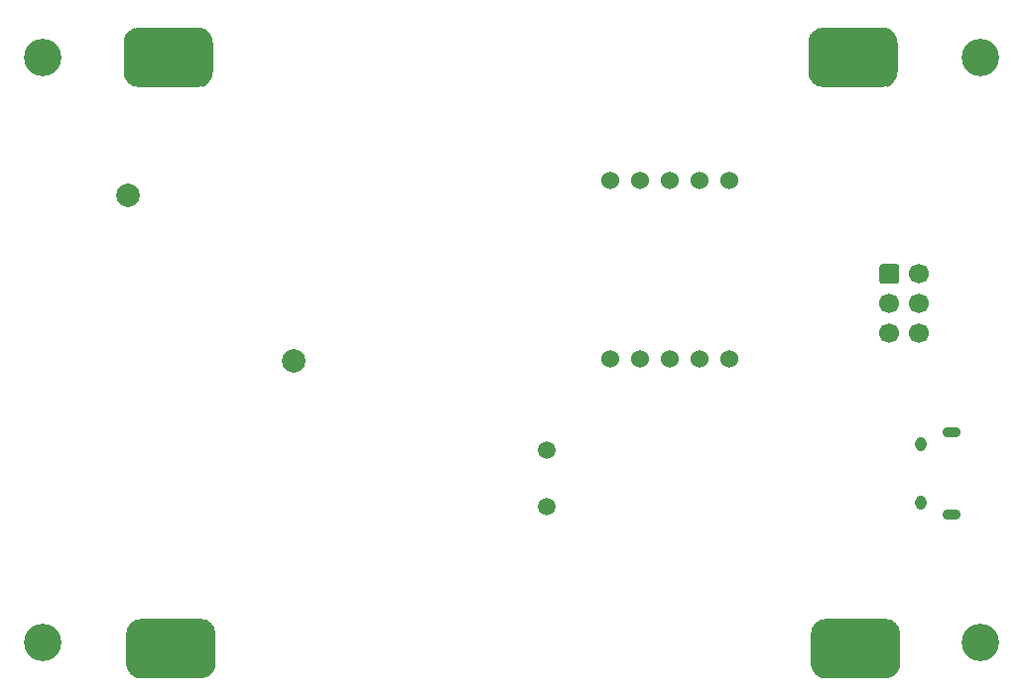
<source format=gbs>
G04 #@! TF.GenerationSoftware,KiCad,Pcbnew,(5.1.10)-1*
G04 #@! TF.CreationDate,2022-05-27T17:28:42+02:00*
G04 #@! TF.ProjectId,pullup_counter_schematic,70756c6c-7570-45f6-936f-756e7465725f,1*
G04 #@! TF.SameCoordinates,Original*
G04 #@! TF.FileFunction,Soldermask,Bot*
G04 #@! TF.FilePolarity,Negative*
%FSLAX46Y46*%
G04 Gerber Fmt 4.6, Leading zero omitted, Abs format (unit mm)*
G04 Created by KiCad (PCBNEW (5.1.10)-1) date 2022-05-27 17:28:42*
%MOMM*%
%LPD*%
G01*
G04 APERTURE LIST*
%ADD10C,1.524000*%
%ADD11C,3.200000*%
%ADD12C,1.500000*%
%ADD13C,1.700000*%
%ADD14O,1.550000X0.890000*%
%ADD15O,0.950000X1.250000*%
%ADD16C,2.000000*%
%ADD17C,0.152400*%
G04 APERTURE END LIST*
G36*
G01*
X165515000Y-94270000D02*
X165515000Y-91730000D01*
G75*
G02*
X166785000Y-90460000I1270000J0D01*
G01*
X171865000Y-90460000D01*
G75*
G02*
X173135000Y-91730000I0J-1270000D01*
G01*
X173135000Y-94270000D01*
G75*
G02*
X171865000Y-95540000I-1270000J0D01*
G01*
X166785000Y-95540000D01*
G75*
G02*
X165515000Y-94270000I0J1270000D01*
G01*
G37*
G36*
G01*
X107095000Y-94270000D02*
X107095000Y-91730000D01*
G75*
G02*
X108365000Y-90460000I1270000J0D01*
G01*
X113445000Y-90460000D01*
G75*
G02*
X114715000Y-91730000I0J-1270000D01*
G01*
X114715000Y-94270000D01*
G75*
G02*
X113445000Y-95540000I-1270000J0D01*
G01*
X108365000Y-95540000D01*
G75*
G02*
X107095000Y-94270000I0J1270000D01*
G01*
G37*
D10*
X148420000Y-53000000D03*
X150960000Y-53000000D03*
X153500000Y-53000000D03*
X156040000Y-53000000D03*
X158580000Y-53000000D03*
X158580000Y-68240000D03*
X156040000Y-68240000D03*
X153500000Y-68240000D03*
X150960000Y-68240000D03*
X148420000Y-68240000D03*
D11*
X180000000Y-42500000D03*
X100000000Y-42500000D03*
X180000000Y-92500000D03*
X100000000Y-92500000D03*
D12*
X143000000Y-76000000D03*
X143000000Y-80880000D03*
D13*
X174740000Y-66080000D03*
X174740000Y-63540000D03*
X174740000Y-61000000D03*
X172200000Y-66080000D03*
X172200000Y-63540000D03*
G36*
G01*
X171350000Y-61600000D02*
X171350000Y-60400000D01*
G75*
G02*
X171600000Y-60150000I250000J0D01*
G01*
X172800000Y-60150000D01*
G75*
G02*
X173050000Y-60400000I0J-250000D01*
G01*
X173050000Y-61600000D01*
G75*
G02*
X172800000Y-61850000I-250000J0D01*
G01*
X171600000Y-61850000D01*
G75*
G02*
X171350000Y-61600000I0J250000D01*
G01*
G37*
D14*
X177550000Y-74500000D03*
X177550000Y-81500000D03*
D15*
X174850000Y-75500000D03*
X174850000Y-80500000D03*
D16*
X107237080Y-54237080D03*
X121379215Y-68379215D03*
G36*
G01*
X114485000Y-41230000D02*
X114485000Y-43770000D01*
G75*
G02*
X113215000Y-45040000I-1270000J0D01*
G01*
X108135000Y-45040000D01*
G75*
G02*
X106865000Y-43770000I0J1270000D01*
G01*
X106865000Y-41230000D01*
G75*
G02*
X108135000Y-39960000I1270000J0D01*
G01*
X113215000Y-39960000D01*
G75*
G02*
X114485000Y-41230000I0J-1270000D01*
G01*
G37*
G36*
G01*
X172905000Y-41230000D02*
X172905000Y-43770000D01*
G75*
G02*
X171635000Y-45040000I-1270000J0D01*
G01*
X166555000Y-45040000D01*
G75*
G02*
X165285000Y-43770000I0J1270000D01*
G01*
X165285000Y-41230000D01*
G75*
G02*
X166555000Y-39960000I1270000J0D01*
G01*
X171635000Y-39960000D01*
G75*
G02*
X172905000Y-41230000I0J-1270000D01*
G01*
G37*
D17*
G36*
X165516990Y-94269804D02*
G01*
X165541373Y-94517370D01*
X165613530Y-94755239D01*
X165730705Y-94974458D01*
X165888395Y-95166605D01*
X166080542Y-95324295D01*
X166299761Y-95441470D01*
X166537630Y-95513627D01*
X166785196Y-95538010D01*
X166786822Y-95539175D01*
X166786626Y-95541165D01*
X166785000Y-95542000D01*
X166757947Y-95542000D01*
X166757751Y-95541990D01*
X166512947Y-95517879D01*
X166512562Y-95517803D01*
X166280002Y-95447256D01*
X166279640Y-95447106D01*
X166065314Y-95332547D01*
X166064988Y-95332329D01*
X165877124Y-95178153D01*
X165876847Y-95177876D01*
X165722671Y-94990012D01*
X165722453Y-94989686D01*
X165607894Y-94775360D01*
X165607744Y-94774998D01*
X165537197Y-94542438D01*
X165537121Y-94542053D01*
X165513010Y-94297249D01*
X165513000Y-94297053D01*
X165513000Y-94270000D01*
X165514000Y-94268268D01*
X165516000Y-94268268D01*
X165516990Y-94269804D01*
G37*
G36*
X114716165Y-94268374D02*
G01*
X114717000Y-94270000D01*
X114717000Y-94297053D01*
X114716990Y-94297249D01*
X114692879Y-94542053D01*
X114692803Y-94542438D01*
X114622256Y-94774998D01*
X114622106Y-94775360D01*
X114507547Y-94989686D01*
X114507329Y-94990012D01*
X114353153Y-95177876D01*
X114352876Y-95178153D01*
X114165012Y-95332329D01*
X114164686Y-95332547D01*
X113950360Y-95447106D01*
X113949998Y-95447256D01*
X113717438Y-95517803D01*
X113717053Y-95517879D01*
X113472249Y-95541990D01*
X113472053Y-95542000D01*
X113445000Y-95542000D01*
X113443268Y-95541000D01*
X113443268Y-95539000D01*
X113444804Y-95538010D01*
X113692370Y-95513627D01*
X113930239Y-95441470D01*
X114149458Y-95324295D01*
X114341605Y-95166605D01*
X114499295Y-94974458D01*
X114616470Y-94755239D01*
X114688627Y-94517370D01*
X114713010Y-94269804D01*
X114714175Y-94268178D01*
X114716165Y-94268374D01*
G37*
G36*
X107096990Y-94269804D02*
G01*
X107121373Y-94517370D01*
X107193530Y-94755239D01*
X107310705Y-94974458D01*
X107468395Y-95166605D01*
X107660542Y-95324295D01*
X107879761Y-95441470D01*
X108117630Y-95513627D01*
X108365196Y-95538010D01*
X108366822Y-95539175D01*
X108366626Y-95541165D01*
X108365000Y-95542000D01*
X108337947Y-95542000D01*
X108337751Y-95541990D01*
X108092947Y-95517879D01*
X108092562Y-95517803D01*
X107860002Y-95447256D01*
X107859640Y-95447106D01*
X107645314Y-95332547D01*
X107644988Y-95332329D01*
X107457124Y-95178153D01*
X107456847Y-95177876D01*
X107302671Y-94990012D01*
X107302453Y-94989686D01*
X107187894Y-94775360D01*
X107187744Y-94774998D01*
X107117197Y-94542438D01*
X107117121Y-94542053D01*
X107093010Y-94297249D01*
X107093000Y-94297053D01*
X107093000Y-94270000D01*
X107094000Y-94268268D01*
X107096000Y-94268268D01*
X107096990Y-94269804D01*
G37*
G36*
X173136165Y-94268374D02*
G01*
X173137000Y-94270000D01*
X173137000Y-94297053D01*
X173136990Y-94297249D01*
X173112879Y-94542053D01*
X173112803Y-94542438D01*
X173042256Y-94774998D01*
X173042106Y-94775360D01*
X172927547Y-94989686D01*
X172927329Y-94990012D01*
X172773153Y-95177876D01*
X172772876Y-95178153D01*
X172585012Y-95332329D01*
X172584686Y-95332547D01*
X172370360Y-95447106D01*
X172369998Y-95447256D01*
X172137438Y-95517803D01*
X172137053Y-95517879D01*
X171892249Y-95541990D01*
X171892053Y-95542000D01*
X171865000Y-95542000D01*
X171863268Y-95541000D01*
X171863268Y-95539000D01*
X171864804Y-95538010D01*
X172112370Y-95513627D01*
X172350239Y-95441470D01*
X172569458Y-95324295D01*
X172761605Y-95166605D01*
X172919295Y-94974458D01*
X173036470Y-94755239D01*
X173108627Y-94517370D01*
X173133010Y-94269804D01*
X173134175Y-94268178D01*
X173136165Y-94268374D01*
G37*
G36*
X166786732Y-90459000D02*
G01*
X166786732Y-90461000D01*
X166785196Y-90461990D01*
X166537630Y-90486373D01*
X166299761Y-90558530D01*
X166080542Y-90675705D01*
X165888395Y-90833395D01*
X165730705Y-91025542D01*
X165613530Y-91244761D01*
X165541373Y-91482630D01*
X165516990Y-91730196D01*
X165515825Y-91731822D01*
X165513835Y-91731626D01*
X165513000Y-91730000D01*
X165513000Y-91702947D01*
X165513010Y-91702751D01*
X165537121Y-91457947D01*
X165537197Y-91457562D01*
X165607744Y-91225002D01*
X165607894Y-91224640D01*
X165722453Y-91010314D01*
X165722671Y-91009988D01*
X165876847Y-90822124D01*
X165877124Y-90821847D01*
X166064988Y-90667671D01*
X166065314Y-90667453D01*
X166279640Y-90552894D01*
X166280002Y-90552744D01*
X166512562Y-90482197D01*
X166512947Y-90482121D01*
X166757751Y-90458010D01*
X166757947Y-90458000D01*
X166785000Y-90458000D01*
X166786732Y-90459000D01*
G37*
G36*
X108366732Y-90459000D02*
G01*
X108366732Y-90461000D01*
X108365196Y-90461990D01*
X108117630Y-90486373D01*
X107879761Y-90558530D01*
X107660542Y-90675705D01*
X107468395Y-90833395D01*
X107310705Y-91025542D01*
X107193530Y-91244761D01*
X107121373Y-91482630D01*
X107096990Y-91730196D01*
X107095825Y-91731822D01*
X107093835Y-91731626D01*
X107093000Y-91730000D01*
X107093000Y-91702947D01*
X107093010Y-91702751D01*
X107117121Y-91457947D01*
X107117197Y-91457562D01*
X107187744Y-91225002D01*
X107187894Y-91224640D01*
X107302453Y-91010314D01*
X107302671Y-91009988D01*
X107456847Y-90822124D01*
X107457124Y-90821847D01*
X107644988Y-90667671D01*
X107645314Y-90667453D01*
X107859640Y-90552894D01*
X107860002Y-90552744D01*
X108092562Y-90482197D01*
X108092947Y-90482121D01*
X108337751Y-90458010D01*
X108337947Y-90458000D01*
X108365000Y-90458000D01*
X108366732Y-90459000D01*
G37*
G36*
X113472249Y-90458010D02*
G01*
X113717053Y-90482121D01*
X113717438Y-90482197D01*
X113949998Y-90552744D01*
X113950360Y-90552894D01*
X114164686Y-90667453D01*
X114165012Y-90667671D01*
X114352876Y-90821847D01*
X114353153Y-90822124D01*
X114507329Y-91009988D01*
X114507547Y-91010314D01*
X114622106Y-91224640D01*
X114622256Y-91225002D01*
X114692803Y-91457562D01*
X114692879Y-91457947D01*
X114716990Y-91702751D01*
X114717000Y-91702947D01*
X114717000Y-91730000D01*
X114716000Y-91731732D01*
X114714000Y-91731732D01*
X114713010Y-91730196D01*
X114688627Y-91482630D01*
X114616470Y-91244761D01*
X114499295Y-91025542D01*
X114341605Y-90833395D01*
X114149458Y-90675705D01*
X113930239Y-90558530D01*
X113692370Y-90486373D01*
X113444804Y-90461990D01*
X113443178Y-90460825D01*
X113443374Y-90458835D01*
X113445000Y-90458000D01*
X113472053Y-90458000D01*
X113472249Y-90458010D01*
G37*
G36*
X171892249Y-90458010D02*
G01*
X172137053Y-90482121D01*
X172137438Y-90482197D01*
X172369998Y-90552744D01*
X172370360Y-90552894D01*
X172584686Y-90667453D01*
X172585012Y-90667671D01*
X172772876Y-90821847D01*
X172773153Y-90822124D01*
X172927329Y-91009988D01*
X172927547Y-91010314D01*
X173042106Y-91224640D01*
X173042256Y-91225002D01*
X173112803Y-91457562D01*
X173112879Y-91457947D01*
X173136990Y-91702751D01*
X173137000Y-91702947D01*
X173137000Y-91730000D01*
X173136000Y-91731732D01*
X173134000Y-91731732D01*
X173133010Y-91730196D01*
X173108627Y-91482630D01*
X173036470Y-91244761D01*
X172919295Y-91025542D01*
X172761605Y-90833395D01*
X172569458Y-90675705D01*
X172350239Y-90558530D01*
X172112370Y-90486373D01*
X171864804Y-90461990D01*
X171863178Y-90460825D01*
X171863374Y-90458835D01*
X171865000Y-90458000D01*
X171892053Y-90458000D01*
X171892249Y-90458010D01*
G37*
G36*
X172906165Y-43768374D02*
G01*
X172907000Y-43770000D01*
X172907000Y-43797053D01*
X172906990Y-43797249D01*
X172882879Y-44042053D01*
X172882803Y-44042438D01*
X172812256Y-44274998D01*
X172812106Y-44275360D01*
X172697547Y-44489686D01*
X172697329Y-44490012D01*
X172543153Y-44677876D01*
X172542876Y-44678153D01*
X172355012Y-44832329D01*
X172354686Y-44832547D01*
X172140360Y-44947106D01*
X172139998Y-44947256D01*
X171907438Y-45017803D01*
X171907053Y-45017879D01*
X171662249Y-45041990D01*
X171662053Y-45042000D01*
X171635000Y-45042000D01*
X171633268Y-45041000D01*
X171633268Y-45039000D01*
X171634804Y-45038010D01*
X171882370Y-45013627D01*
X172120239Y-44941470D01*
X172339458Y-44824295D01*
X172531605Y-44666605D01*
X172689295Y-44474458D01*
X172806470Y-44255239D01*
X172878627Y-44017370D01*
X172903010Y-43769804D01*
X172904175Y-43768178D01*
X172906165Y-43768374D01*
G37*
G36*
X114486165Y-43768374D02*
G01*
X114487000Y-43770000D01*
X114487000Y-43797053D01*
X114486990Y-43797249D01*
X114462879Y-44042053D01*
X114462803Y-44042438D01*
X114392256Y-44274998D01*
X114392106Y-44275360D01*
X114277547Y-44489686D01*
X114277329Y-44490012D01*
X114123153Y-44677876D01*
X114122876Y-44678153D01*
X113935012Y-44832329D01*
X113934686Y-44832547D01*
X113720360Y-44947106D01*
X113719998Y-44947256D01*
X113487438Y-45017803D01*
X113487053Y-45017879D01*
X113242249Y-45041990D01*
X113242053Y-45042000D01*
X113215000Y-45042000D01*
X113213268Y-45041000D01*
X113213268Y-45039000D01*
X113214804Y-45038010D01*
X113462370Y-45013627D01*
X113700239Y-44941470D01*
X113919458Y-44824295D01*
X114111605Y-44666605D01*
X114269295Y-44474458D01*
X114386470Y-44255239D01*
X114458627Y-44017370D01*
X114483010Y-43769804D01*
X114484175Y-43768178D01*
X114486165Y-43768374D01*
G37*
G36*
X106866990Y-43769804D02*
G01*
X106891373Y-44017370D01*
X106963530Y-44255239D01*
X107080705Y-44474458D01*
X107238395Y-44666605D01*
X107430542Y-44824295D01*
X107649761Y-44941470D01*
X107887630Y-45013627D01*
X108135196Y-45038010D01*
X108136822Y-45039175D01*
X108136626Y-45041165D01*
X108135000Y-45042000D01*
X108107947Y-45042000D01*
X108107751Y-45041990D01*
X107862947Y-45017879D01*
X107862562Y-45017803D01*
X107630002Y-44947256D01*
X107629640Y-44947106D01*
X107415314Y-44832547D01*
X107414988Y-44832329D01*
X107227124Y-44678153D01*
X107226847Y-44677876D01*
X107072671Y-44490012D01*
X107072453Y-44489686D01*
X106957894Y-44275360D01*
X106957744Y-44274998D01*
X106887197Y-44042438D01*
X106887121Y-44042053D01*
X106863010Y-43797249D01*
X106863000Y-43797053D01*
X106863000Y-43770000D01*
X106864000Y-43768268D01*
X106866000Y-43768268D01*
X106866990Y-43769804D01*
G37*
G36*
X165286990Y-43769804D02*
G01*
X165311373Y-44017370D01*
X165383530Y-44255239D01*
X165500705Y-44474458D01*
X165658395Y-44666605D01*
X165850542Y-44824295D01*
X166069761Y-44941470D01*
X166307630Y-45013627D01*
X166555196Y-45038010D01*
X166556822Y-45039175D01*
X166556626Y-45041165D01*
X166555000Y-45042000D01*
X166527947Y-45042000D01*
X166527751Y-45041990D01*
X166282947Y-45017879D01*
X166282562Y-45017803D01*
X166050002Y-44947256D01*
X166049640Y-44947106D01*
X165835314Y-44832547D01*
X165834988Y-44832329D01*
X165647124Y-44678153D01*
X165646847Y-44677876D01*
X165492671Y-44490012D01*
X165492453Y-44489686D01*
X165377894Y-44275360D01*
X165377744Y-44274998D01*
X165307197Y-44042438D01*
X165307121Y-44042053D01*
X165283010Y-43797249D01*
X165283000Y-43797053D01*
X165283000Y-43770000D01*
X165284000Y-43768268D01*
X165286000Y-43768268D01*
X165286990Y-43769804D01*
G37*
G36*
X108136732Y-39959000D02*
G01*
X108136732Y-39961000D01*
X108135196Y-39961990D01*
X107887630Y-39986373D01*
X107649761Y-40058530D01*
X107430542Y-40175705D01*
X107238395Y-40333395D01*
X107080705Y-40525542D01*
X106963530Y-40744761D01*
X106891373Y-40982630D01*
X106866990Y-41230196D01*
X106865825Y-41231822D01*
X106863835Y-41231626D01*
X106863000Y-41230000D01*
X106863000Y-41202947D01*
X106863010Y-41202751D01*
X106887121Y-40957947D01*
X106887197Y-40957562D01*
X106957744Y-40725002D01*
X106957894Y-40724640D01*
X107072453Y-40510314D01*
X107072671Y-40509988D01*
X107226847Y-40322124D01*
X107227124Y-40321847D01*
X107414988Y-40167671D01*
X107415314Y-40167453D01*
X107629640Y-40052894D01*
X107630002Y-40052744D01*
X107862562Y-39982197D01*
X107862947Y-39982121D01*
X108107751Y-39958010D01*
X108107947Y-39958000D01*
X108135000Y-39958000D01*
X108136732Y-39959000D01*
G37*
G36*
X166556732Y-39959000D02*
G01*
X166556732Y-39961000D01*
X166555196Y-39961990D01*
X166307630Y-39986373D01*
X166069761Y-40058530D01*
X165850542Y-40175705D01*
X165658395Y-40333395D01*
X165500705Y-40525542D01*
X165383530Y-40744761D01*
X165311373Y-40982630D01*
X165286990Y-41230196D01*
X165285825Y-41231822D01*
X165283835Y-41231626D01*
X165283000Y-41230000D01*
X165283000Y-41202947D01*
X165283010Y-41202751D01*
X165307121Y-40957947D01*
X165307197Y-40957562D01*
X165377744Y-40725002D01*
X165377894Y-40724640D01*
X165492453Y-40510314D01*
X165492671Y-40509988D01*
X165646847Y-40322124D01*
X165647124Y-40321847D01*
X165834988Y-40167671D01*
X165835314Y-40167453D01*
X166049640Y-40052894D01*
X166050002Y-40052744D01*
X166282562Y-39982197D01*
X166282947Y-39982121D01*
X166527751Y-39958010D01*
X166527947Y-39958000D01*
X166555000Y-39958000D01*
X166556732Y-39959000D01*
G37*
G36*
X113242249Y-39958010D02*
G01*
X113487053Y-39982121D01*
X113487438Y-39982197D01*
X113719998Y-40052744D01*
X113720360Y-40052894D01*
X113934686Y-40167453D01*
X113935012Y-40167671D01*
X114122876Y-40321847D01*
X114123153Y-40322124D01*
X114277329Y-40509988D01*
X114277547Y-40510314D01*
X114392106Y-40724640D01*
X114392256Y-40725002D01*
X114462803Y-40957562D01*
X114462879Y-40957947D01*
X114486990Y-41202751D01*
X114487000Y-41202947D01*
X114487000Y-41230000D01*
X114486000Y-41231732D01*
X114484000Y-41231732D01*
X114483010Y-41230196D01*
X114458627Y-40982630D01*
X114386470Y-40744761D01*
X114269295Y-40525542D01*
X114111605Y-40333395D01*
X113919458Y-40175705D01*
X113700239Y-40058530D01*
X113462370Y-39986373D01*
X113214804Y-39961990D01*
X113213178Y-39960825D01*
X113213374Y-39958835D01*
X113215000Y-39958000D01*
X113242053Y-39958000D01*
X113242249Y-39958010D01*
G37*
G36*
X171662249Y-39958010D02*
G01*
X171907053Y-39982121D01*
X171907438Y-39982197D01*
X172139998Y-40052744D01*
X172140360Y-40052894D01*
X172354686Y-40167453D01*
X172355012Y-40167671D01*
X172542876Y-40321847D01*
X172543153Y-40322124D01*
X172697329Y-40509988D01*
X172697547Y-40510314D01*
X172812106Y-40724640D01*
X172812256Y-40725002D01*
X172882803Y-40957562D01*
X172882879Y-40957947D01*
X172906990Y-41202751D01*
X172907000Y-41202947D01*
X172907000Y-41230000D01*
X172906000Y-41231732D01*
X172904000Y-41231732D01*
X172903010Y-41230196D01*
X172878627Y-40982630D01*
X172806470Y-40744761D01*
X172689295Y-40525542D01*
X172531605Y-40333395D01*
X172339458Y-40175705D01*
X172120239Y-40058530D01*
X171882370Y-39986373D01*
X171634804Y-39961990D01*
X171633178Y-39960825D01*
X171633374Y-39958835D01*
X171635000Y-39958000D01*
X171662053Y-39958000D01*
X171662249Y-39958010D01*
G37*
M02*

</source>
